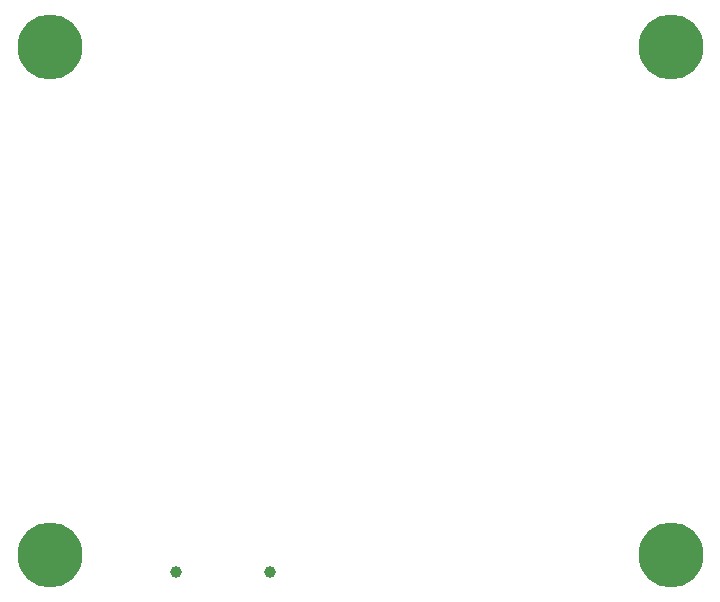
<source format=gbs>
G04 #@! TF.GenerationSoftware,KiCad,Pcbnew,(5.1.10)-1*
G04 #@! TF.CreationDate,2021-10-23T20:23:31-05:00*
G04 #@! TF.ProjectId,Board,426f6172-642e-46b6-9963-61645f706362,rev?*
G04 #@! TF.SameCoordinates,Original*
G04 #@! TF.FileFunction,Soldermask,Bot*
G04 #@! TF.FilePolarity,Negative*
%FSLAX46Y46*%
G04 Gerber Fmt 4.6, Leading zero omitted, Abs format (unit mm)*
G04 Created by KiCad (PCBNEW (5.1.10)-1) date 2021-10-23 20:23:31*
%MOMM*%
%LPD*%
G01*
G04 APERTURE LIST*
%ADD10C,1.000000*%
%ADD11C,5.500000*%
G04 APERTURE END LIST*
D10*
X140337000Y-104775000D03*
X132337000Y-104775000D03*
D11*
X121666000Y-60325000D03*
X174244000Y-60325000D03*
X174244000Y-103378000D03*
X121666000Y-103378000D03*
M02*

</source>
